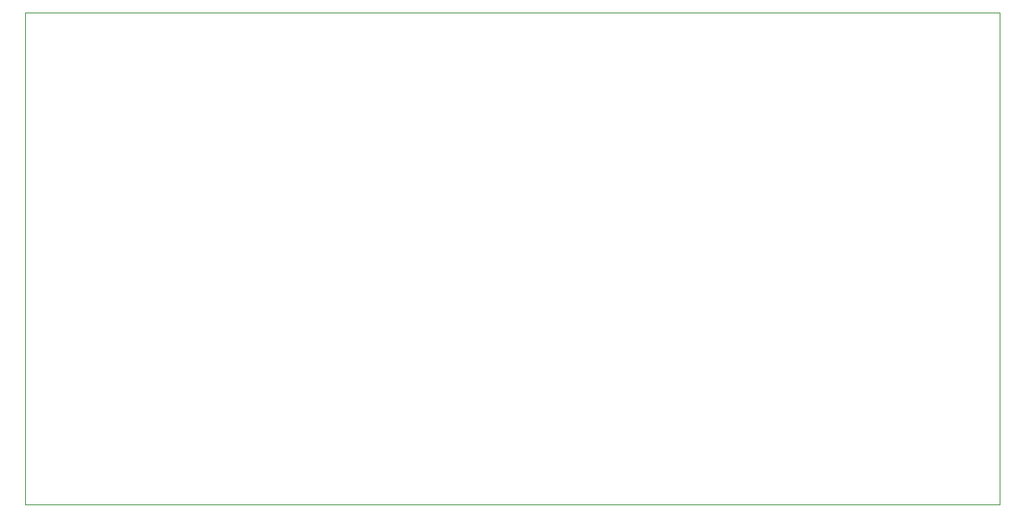
<source format=gbr>
%TF.GenerationSoftware,KiCad,Pcbnew,8.0.6*%
%TF.CreationDate,2024-12-06T22:05:36+05:00*%
%TF.ProjectId,mt-32DIT-module,6d742d33-3244-4495-942d-6d6f64756c65,rev?*%
%TF.SameCoordinates,Original*%
%TF.FileFunction,Profile,NP*%
%FSLAX46Y46*%
G04 Gerber Fmt 4.6, Leading zero omitted, Abs format (unit mm)*
G04 Created by KiCad (PCBNEW 8.0.6) date 2024-12-06 22:05:36*
%MOMM*%
%LPD*%
G01*
G04 APERTURE LIST*
%TA.AperFunction,Profile*%
%ADD10C,0.100000*%
%TD*%
G04 APERTURE END LIST*
D10*
X145750000Y-74250000D02*
X250750000Y-74250000D01*
X250750000Y-127250000D01*
X145750000Y-127250000D01*
X145750000Y-74250000D01*
M02*

</source>
